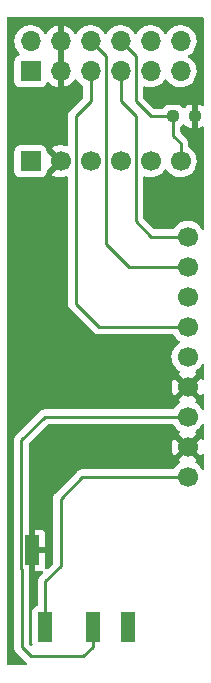
<source format=gtl>
G04 #@! TF.GenerationSoftware,KiCad,Pcbnew,6.0.9-8da3e8f707~116~ubuntu20.04.1*
G04 #@! TF.CreationDate,2022-12-23T11:35:34+01:00*
G04 #@! TF.ProjectId,pcm_dac,70636d5f-6461-4632-9e6b-696361645f70,rev?*
G04 #@! TF.SameCoordinates,Original*
G04 #@! TF.FileFunction,Copper,L1,Top*
G04 #@! TF.FilePolarity,Positive*
%FSLAX46Y46*%
G04 Gerber Fmt 4.6, Leading zero omitted, Abs format (unit mm)*
G04 Created by KiCad (PCBNEW 6.0.9-8da3e8f707~116~ubuntu20.04.1) date 2022-12-23 11:35:34*
%MOMM*%
%LPD*%
G01*
G04 APERTURE LIST*
G04 Aperture macros list*
%AMRoundRect*
0 Rectangle with rounded corners*
0 $1 Rounding radius*
0 $2 $3 $4 $5 $6 $7 $8 $9 X,Y pos of 4 corners*
0 Add a 4 corners polygon primitive as box body*
4,1,4,$2,$3,$4,$5,$6,$7,$8,$9,$2,$3,0*
0 Add four circle primitives for the rounded corners*
1,1,$1+$1,$2,$3*
1,1,$1+$1,$4,$5*
1,1,$1+$1,$6,$7*
1,1,$1+$1,$8,$9*
0 Add four rect primitives between the rounded corners*
20,1,$1+$1,$2,$3,$4,$5,0*
20,1,$1+$1,$4,$5,$6,$7,0*
20,1,$1+$1,$6,$7,$8,$9,0*
20,1,$1+$1,$8,$9,$2,$3,0*%
G04 Aperture macros list end*
G04 #@! TA.AperFunction,SMDPad,CuDef*
%ADD10R,1.200000X2.500000*%
G04 #@! TD*
G04 #@! TA.AperFunction,ComponentPad*
%ADD11R,1.700000X1.700000*%
G04 #@! TD*
G04 #@! TA.AperFunction,ComponentPad*
%ADD12O,1.700000X1.700000*%
G04 #@! TD*
G04 #@! TA.AperFunction,SMDPad,CuDef*
%ADD13RoundRect,0.237500X-0.250000X-0.237500X0.250000X-0.237500X0.250000X0.237500X-0.250000X0.237500X0*%
G04 #@! TD*
G04 #@! TA.AperFunction,ComponentPad*
%ADD14C,1.700000*%
G04 #@! TD*
G04 #@! TA.AperFunction,Conductor*
%ADD15C,0.250000*%
G04 #@! TD*
G04 APERTURE END LIST*
D10*
X127175000Y-110565000D03*
X130175000Y-110565000D03*
X122075000Y-104065000D03*
X123175000Y-110565000D03*
D11*
X121920000Y-63500000D03*
D12*
X121920000Y-60960000D03*
X124460000Y-63500000D03*
X124460000Y-60960000D03*
X127000000Y-63500000D03*
X127000000Y-60960000D03*
X129540000Y-63500000D03*
X129540000Y-60960000D03*
X132080000Y-63500000D03*
X132080000Y-60960000D03*
X134620000Y-63500000D03*
X134620000Y-60960000D03*
D13*
X133985000Y-67310000D03*
X135810000Y-67310000D03*
D11*
X121920000Y-71120000D03*
D14*
X124460000Y-71120000D03*
X127000000Y-71120000D03*
X129540000Y-71120000D03*
X132080000Y-71120000D03*
X134620000Y-71120000D03*
X135220000Y-77520000D03*
X135220000Y-80060000D03*
X135220000Y-82600000D03*
X135220000Y-85140000D03*
X135220000Y-87680000D03*
X135220000Y-90220000D03*
X135220000Y-92760000D03*
X135220000Y-95300000D03*
X135220000Y-97840000D03*
D15*
X127685000Y-85140000D02*
X135220000Y-85140000D01*
X125730000Y-83185000D02*
X127685000Y-85140000D01*
X127000000Y-63500000D02*
X127000000Y-66040000D01*
X127000000Y-66040000D02*
X125730000Y-67310000D01*
X125730000Y-67310000D02*
X125730000Y-83185000D01*
X128270000Y-78105000D02*
X130225000Y-80060000D01*
X130225000Y-80060000D02*
X135220000Y-80060000D01*
X128270000Y-62230000D02*
X128270000Y-78105000D01*
X127000000Y-60960000D02*
X128270000Y-62230000D01*
X130810000Y-76200000D02*
X132130000Y-77520000D01*
X129540000Y-63500000D02*
X129540000Y-66040000D01*
X130810000Y-67310000D02*
X130810000Y-76200000D01*
X129540000Y-66040000D02*
X130810000Y-67310000D01*
X132130000Y-77520000D02*
X135220000Y-77520000D01*
X130810000Y-62230000D02*
X130810000Y-66040000D01*
X129540000Y-60960000D02*
X130810000Y-62230000D01*
X134620000Y-71120000D02*
X134620000Y-69596000D01*
X134620000Y-69596000D02*
X133985000Y-68961000D01*
X130810000Y-66040000D02*
X132080000Y-67310000D01*
X133985000Y-68961000D02*
X133985000Y-67310000D01*
X132080000Y-67310000D02*
X133985000Y-67310000D01*
X127175000Y-110565000D02*
X127175000Y-112220000D01*
X121158000Y-112268000D02*
X121158000Y-105648000D01*
X126365000Y-113030000D02*
X121920000Y-113030000D01*
X127175000Y-112220000D02*
X126365000Y-113030000D01*
X121150000Y-105640000D02*
X121150000Y-94750000D01*
X121158000Y-105648000D02*
X121150000Y-105640000D01*
X121920000Y-113030000D02*
X121158000Y-112268000D01*
X123140000Y-92760000D02*
X135220000Y-92760000D01*
X121150000Y-94750000D02*
X123140000Y-92760000D01*
X124460000Y-105410000D02*
X124460000Y-99695000D01*
X123175000Y-106695000D02*
X124460000Y-105410000D01*
X124460000Y-99695000D02*
X126315000Y-97840000D01*
X123175000Y-110565000D02*
X123175000Y-106695000D01*
X126315000Y-97840000D02*
X135220000Y-97840000D01*
G04 #@! TA.AperFunction,Conductor*
G36*
X136495018Y-58930000D02*
G01*
X136509853Y-58932310D01*
X136509855Y-58932310D01*
X136518724Y-58933691D01*
X136524508Y-58932935D01*
X136590868Y-58953307D01*
X136636700Y-59007528D01*
X136645165Y-59048873D01*
X136646309Y-59048723D01*
X136646309Y-59048724D01*
X136646329Y-59048873D01*
X136650436Y-59080283D01*
X136651500Y-59096621D01*
X136651500Y-66335642D01*
X136631498Y-66403763D01*
X136577842Y-66450256D01*
X136507568Y-66460360D01*
X136459385Y-66442902D01*
X136383441Y-66396090D01*
X136370259Y-66389944D01*
X136218734Y-66339685D01*
X136205368Y-66336819D01*
X136112730Y-66327328D01*
X136106315Y-66327000D01*
X136082115Y-66327000D01*
X136066876Y-66331475D01*
X136065671Y-66332865D01*
X136064000Y-66340548D01*
X136064000Y-68274885D01*
X136068475Y-68290124D01*
X136069865Y-68291329D01*
X136077548Y-68293000D01*
X136106266Y-68293000D01*
X136112782Y-68292663D01*
X136206632Y-68282925D01*
X136220028Y-68280032D01*
X136371453Y-68229512D01*
X136384615Y-68223347D01*
X136459198Y-68177194D01*
X136527650Y-68158357D01*
X136595419Y-68179519D01*
X136640990Y-68233960D01*
X136651500Y-68284339D01*
X136651500Y-76804856D01*
X136631498Y-76872977D01*
X136577842Y-76919470D01*
X136507568Y-76929574D01*
X136442988Y-76900080D01*
X136419708Y-76873296D01*
X136402490Y-76846680D01*
X136300014Y-76688277D01*
X136149670Y-76523051D01*
X136145619Y-76519852D01*
X136145615Y-76519848D01*
X135978414Y-76387800D01*
X135978410Y-76387798D01*
X135974359Y-76384598D01*
X135778789Y-76276638D01*
X135773920Y-76274914D01*
X135773916Y-76274912D01*
X135573087Y-76203795D01*
X135573083Y-76203794D01*
X135568212Y-76202069D01*
X135563119Y-76201162D01*
X135563116Y-76201161D01*
X135353373Y-76163800D01*
X135353367Y-76163799D01*
X135348284Y-76162894D01*
X135274452Y-76161992D01*
X135130081Y-76160228D01*
X135130079Y-76160228D01*
X135124911Y-76160165D01*
X134904091Y-76193955D01*
X134691756Y-76263357D01*
X134493607Y-76366507D01*
X134489474Y-76369610D01*
X134489471Y-76369612D01*
X134343030Y-76479563D01*
X134314965Y-76500635D01*
X134160629Y-76662138D01*
X134157715Y-76666410D01*
X134157714Y-76666411D01*
X134045095Y-76831504D01*
X133990184Y-76876507D01*
X133941007Y-76886500D01*
X132444595Y-76886500D01*
X132376474Y-76866498D01*
X132355499Y-76849595D01*
X131480404Y-75974499D01*
X131446379Y-75912187D01*
X131443500Y-75885404D01*
X131443500Y-72514189D01*
X131463502Y-72446068D01*
X131517158Y-72399575D01*
X131587432Y-72389471D01*
X131614449Y-72396479D01*
X131622557Y-72399575D01*
X131699692Y-72429030D01*
X131704760Y-72430061D01*
X131704763Y-72430062D01*
X131783436Y-72446068D01*
X131918597Y-72473567D01*
X131923772Y-72473757D01*
X131923774Y-72473757D01*
X132136673Y-72481564D01*
X132136677Y-72481564D01*
X132141837Y-72481753D01*
X132146957Y-72481097D01*
X132146959Y-72481097D01*
X132358288Y-72454025D01*
X132358289Y-72454025D01*
X132363416Y-72453368D01*
X132368366Y-72451883D01*
X132572429Y-72390661D01*
X132572434Y-72390659D01*
X132577384Y-72389174D01*
X132777994Y-72290896D01*
X132959860Y-72161173D01*
X133118096Y-72003489D01*
X133178927Y-71918834D01*
X133248453Y-71822077D01*
X133249776Y-71823028D01*
X133296645Y-71779857D01*
X133366580Y-71767625D01*
X133432026Y-71795144D01*
X133459875Y-71826994D01*
X133519987Y-71925088D01*
X133666250Y-72093938D01*
X133838126Y-72236632D01*
X134031000Y-72349338D01*
X134239692Y-72429030D01*
X134244760Y-72430061D01*
X134244763Y-72430062D01*
X134323436Y-72446068D01*
X134458597Y-72473567D01*
X134463772Y-72473757D01*
X134463774Y-72473757D01*
X134676673Y-72481564D01*
X134676677Y-72481564D01*
X134681837Y-72481753D01*
X134686957Y-72481097D01*
X134686959Y-72481097D01*
X134898288Y-72454025D01*
X134898289Y-72454025D01*
X134903416Y-72453368D01*
X134908366Y-72451883D01*
X135112429Y-72390661D01*
X135112434Y-72390659D01*
X135117384Y-72389174D01*
X135317994Y-72290896D01*
X135499860Y-72161173D01*
X135658096Y-72003489D01*
X135718927Y-71918834D01*
X135785435Y-71826277D01*
X135788453Y-71822077D01*
X135809320Y-71779857D01*
X135885136Y-71626453D01*
X135885137Y-71626451D01*
X135887430Y-71621811D01*
X135952370Y-71408069D01*
X135981529Y-71186590D01*
X135983156Y-71120000D01*
X135964852Y-70897361D01*
X135910431Y-70680702D01*
X135821354Y-70475840D01*
X135700014Y-70288277D01*
X135549670Y-70123051D01*
X135545619Y-70119852D01*
X135545615Y-70119848D01*
X135378414Y-69987800D01*
X135378410Y-69987798D01*
X135374359Y-69984598D01*
X135369835Y-69982101D01*
X135369831Y-69982098D01*
X135318608Y-69953822D01*
X135268636Y-69903390D01*
X135253500Y-69843513D01*
X135253500Y-69674768D01*
X135254027Y-69663585D01*
X135255702Y-69656092D01*
X135253562Y-69588001D01*
X135253500Y-69584044D01*
X135253500Y-69556144D01*
X135252996Y-69552153D01*
X135252063Y-69540311D01*
X135250923Y-69504036D01*
X135250674Y-69496111D01*
X135245021Y-69476652D01*
X135241012Y-69457293D01*
X135240846Y-69455983D01*
X135238474Y-69437203D01*
X135235558Y-69429837D01*
X135235556Y-69429831D01*
X135222200Y-69396098D01*
X135218355Y-69384868D01*
X135208230Y-69350017D01*
X135208230Y-69350016D01*
X135206019Y-69342407D01*
X135195705Y-69324966D01*
X135187008Y-69307213D01*
X135182472Y-69295758D01*
X135179552Y-69288383D01*
X135153563Y-69252612D01*
X135147047Y-69242692D01*
X135128578Y-69211463D01*
X135124542Y-69204638D01*
X135110221Y-69190317D01*
X135097380Y-69175283D01*
X135090132Y-69165307D01*
X135085472Y-69158893D01*
X135051407Y-69130712D01*
X135042626Y-69122722D01*
X134655404Y-68735499D01*
X134621379Y-68673187D01*
X134618500Y-68646404D01*
X134618500Y-68257699D01*
X134638502Y-68189578D01*
X134678199Y-68150554D01*
X134701531Y-68136116D01*
X134808601Y-68028859D01*
X134870882Y-67994780D01*
X134941702Y-67999783D01*
X134986791Y-68028704D01*
X135089629Y-68131363D01*
X135101040Y-68140375D01*
X135236563Y-68223912D01*
X135249741Y-68230056D01*
X135401266Y-68280315D01*
X135414632Y-68283181D01*
X135507270Y-68292672D01*
X135513685Y-68293000D01*
X135537885Y-68293000D01*
X135553124Y-68288525D01*
X135554329Y-68287135D01*
X135556000Y-68279452D01*
X135556000Y-66345115D01*
X135551525Y-66329876D01*
X135550135Y-66328671D01*
X135542452Y-66327000D01*
X135513734Y-66327000D01*
X135507218Y-66327337D01*
X135413368Y-66337075D01*
X135399972Y-66339968D01*
X135248547Y-66390488D01*
X135235385Y-66396653D01*
X135100008Y-66480426D01*
X135088610Y-66489460D01*
X134987107Y-66591140D01*
X134924824Y-66625219D01*
X134854004Y-66620216D01*
X134808916Y-66591295D01*
X134752997Y-66535473D01*
X134700503Y-66483071D01*
X134694272Y-66479230D01*
X134558650Y-66395631D01*
X134558648Y-66395630D01*
X134552420Y-66391791D01*
X134387309Y-66337026D01*
X134380473Y-66336326D01*
X134380470Y-66336325D01*
X134328974Y-66331049D01*
X134284572Y-66326500D01*
X133685428Y-66326500D01*
X133682182Y-66326837D01*
X133682178Y-66326837D01*
X133588265Y-66336581D01*
X133588261Y-66336582D01*
X133581407Y-66337293D01*
X133574871Y-66339474D01*
X133574869Y-66339474D01*
X133550462Y-66347617D01*
X133416393Y-66392346D01*
X133268469Y-66483884D01*
X133263296Y-66489066D01*
X133150742Y-66601816D01*
X133150738Y-66601821D01*
X133145571Y-66606997D01*
X133141731Y-66613227D01*
X133141730Y-66613228D01*
X133139643Y-66616614D01*
X133137614Y-66618441D01*
X133137193Y-66618973D01*
X133137102Y-66618901D01*
X133086872Y-66664108D01*
X133032382Y-66676500D01*
X132394595Y-66676500D01*
X132326474Y-66656498D01*
X132305500Y-66639595D01*
X131480405Y-65814500D01*
X131446379Y-65752188D01*
X131443500Y-65725405D01*
X131443500Y-64894189D01*
X131463502Y-64826068D01*
X131517158Y-64779575D01*
X131587432Y-64769471D01*
X131614449Y-64776479D01*
X131622557Y-64779575D01*
X131699692Y-64809030D01*
X131704760Y-64810061D01*
X131704763Y-64810062D01*
X131783436Y-64826068D01*
X131918597Y-64853567D01*
X131923772Y-64853757D01*
X131923774Y-64853757D01*
X132136673Y-64861564D01*
X132136677Y-64861564D01*
X132141837Y-64861753D01*
X132146957Y-64861097D01*
X132146959Y-64861097D01*
X132358288Y-64834025D01*
X132358289Y-64834025D01*
X132363416Y-64833368D01*
X132368366Y-64831883D01*
X132572429Y-64770661D01*
X132572434Y-64770659D01*
X132577384Y-64769174D01*
X132777994Y-64670896D01*
X132959860Y-64541173D01*
X133118096Y-64383489D01*
X133248453Y-64202077D01*
X133249776Y-64203028D01*
X133296645Y-64159857D01*
X133366580Y-64147625D01*
X133432026Y-64175144D01*
X133459875Y-64206994D01*
X133519987Y-64305088D01*
X133666250Y-64473938D01*
X133838126Y-64616632D01*
X134031000Y-64729338D01*
X134239692Y-64809030D01*
X134244760Y-64810061D01*
X134244763Y-64810062D01*
X134323436Y-64826068D01*
X134458597Y-64853567D01*
X134463772Y-64853757D01*
X134463774Y-64853757D01*
X134676673Y-64861564D01*
X134676677Y-64861564D01*
X134681837Y-64861753D01*
X134686957Y-64861097D01*
X134686959Y-64861097D01*
X134898288Y-64834025D01*
X134898289Y-64834025D01*
X134903416Y-64833368D01*
X134908366Y-64831883D01*
X135112429Y-64770661D01*
X135112434Y-64770659D01*
X135117384Y-64769174D01*
X135317994Y-64670896D01*
X135499860Y-64541173D01*
X135658096Y-64383489D01*
X135788453Y-64202077D01*
X135801995Y-64174678D01*
X135885136Y-64006453D01*
X135885137Y-64006451D01*
X135887430Y-64001811D01*
X135952370Y-63788069D01*
X135981529Y-63566590D01*
X135983156Y-63500000D01*
X135964852Y-63277361D01*
X135910431Y-63060702D01*
X135821354Y-62855840D01*
X135700014Y-62668277D01*
X135549670Y-62503051D01*
X135545619Y-62499852D01*
X135545615Y-62499848D01*
X135378414Y-62367800D01*
X135378410Y-62367798D01*
X135374359Y-62364598D01*
X135333053Y-62341796D01*
X135283084Y-62291364D01*
X135268312Y-62221921D01*
X135293428Y-62155516D01*
X135320780Y-62128909D01*
X135364603Y-62097650D01*
X135499860Y-62001173D01*
X135658096Y-61843489D01*
X135717594Y-61760689D01*
X135785435Y-61666277D01*
X135788453Y-61662077D01*
X135801995Y-61634678D01*
X135885136Y-61466453D01*
X135885137Y-61466451D01*
X135887430Y-61461811D01*
X135952370Y-61248069D01*
X135981529Y-61026590D01*
X135983156Y-60960000D01*
X135964852Y-60737361D01*
X135910431Y-60520702D01*
X135821354Y-60315840D01*
X135700014Y-60128277D01*
X135549670Y-59963051D01*
X135545619Y-59959852D01*
X135545615Y-59959848D01*
X135378414Y-59827800D01*
X135378410Y-59827798D01*
X135374359Y-59824598D01*
X135338028Y-59804542D01*
X135322136Y-59795769D01*
X135178789Y-59716638D01*
X135173920Y-59714914D01*
X135173916Y-59714912D01*
X134973087Y-59643795D01*
X134973083Y-59643794D01*
X134968212Y-59642069D01*
X134963119Y-59641162D01*
X134963116Y-59641161D01*
X134753373Y-59603800D01*
X134753367Y-59603799D01*
X134748284Y-59602894D01*
X134674452Y-59601992D01*
X134530081Y-59600228D01*
X134530079Y-59600228D01*
X134524911Y-59600165D01*
X134304091Y-59633955D01*
X134091756Y-59703357D01*
X133893607Y-59806507D01*
X133889474Y-59809610D01*
X133889471Y-59809612D01*
X133865247Y-59827800D01*
X133714965Y-59940635D01*
X133560629Y-60102138D01*
X133453201Y-60259621D01*
X133398293Y-60304621D01*
X133327768Y-60312792D01*
X133264021Y-60281538D01*
X133243324Y-60257054D01*
X133162822Y-60132617D01*
X133162820Y-60132614D01*
X133160014Y-60128277D01*
X133009670Y-59963051D01*
X133005619Y-59959852D01*
X133005615Y-59959848D01*
X132838414Y-59827800D01*
X132838410Y-59827798D01*
X132834359Y-59824598D01*
X132798028Y-59804542D01*
X132782136Y-59795769D01*
X132638789Y-59716638D01*
X132633920Y-59714914D01*
X132633916Y-59714912D01*
X132433087Y-59643795D01*
X132433083Y-59643794D01*
X132428212Y-59642069D01*
X132423119Y-59641162D01*
X132423116Y-59641161D01*
X132213373Y-59603800D01*
X132213367Y-59603799D01*
X132208284Y-59602894D01*
X132134452Y-59601992D01*
X131990081Y-59600228D01*
X131990079Y-59600228D01*
X131984911Y-59600165D01*
X131764091Y-59633955D01*
X131551756Y-59703357D01*
X131353607Y-59806507D01*
X131349474Y-59809610D01*
X131349471Y-59809612D01*
X131325247Y-59827800D01*
X131174965Y-59940635D01*
X131020629Y-60102138D01*
X130913201Y-60259621D01*
X130858293Y-60304621D01*
X130787768Y-60312792D01*
X130724021Y-60281538D01*
X130703324Y-60257054D01*
X130622822Y-60132617D01*
X130622820Y-60132614D01*
X130620014Y-60128277D01*
X130469670Y-59963051D01*
X130465619Y-59959852D01*
X130465615Y-59959848D01*
X130298414Y-59827800D01*
X130298410Y-59827798D01*
X130294359Y-59824598D01*
X130258028Y-59804542D01*
X130242136Y-59795769D01*
X130098789Y-59716638D01*
X130093920Y-59714914D01*
X130093916Y-59714912D01*
X129893087Y-59643795D01*
X129893083Y-59643794D01*
X129888212Y-59642069D01*
X129883119Y-59641162D01*
X129883116Y-59641161D01*
X129673373Y-59603800D01*
X129673367Y-59603799D01*
X129668284Y-59602894D01*
X129594452Y-59601992D01*
X129450081Y-59600228D01*
X129450079Y-59600228D01*
X129444911Y-59600165D01*
X129224091Y-59633955D01*
X129011756Y-59703357D01*
X128813607Y-59806507D01*
X128809474Y-59809610D01*
X128809471Y-59809612D01*
X128785247Y-59827800D01*
X128634965Y-59940635D01*
X128480629Y-60102138D01*
X128373201Y-60259621D01*
X128318293Y-60304621D01*
X128247768Y-60312792D01*
X128184021Y-60281538D01*
X128163324Y-60257054D01*
X128082822Y-60132617D01*
X128082820Y-60132614D01*
X128080014Y-60128277D01*
X127929670Y-59963051D01*
X127925619Y-59959852D01*
X127925615Y-59959848D01*
X127758414Y-59827800D01*
X127758410Y-59827798D01*
X127754359Y-59824598D01*
X127718028Y-59804542D01*
X127702136Y-59795769D01*
X127558789Y-59716638D01*
X127553920Y-59714914D01*
X127553916Y-59714912D01*
X127353087Y-59643795D01*
X127353083Y-59643794D01*
X127348212Y-59642069D01*
X127343119Y-59641162D01*
X127343116Y-59641161D01*
X127133373Y-59603800D01*
X127133367Y-59603799D01*
X127128284Y-59602894D01*
X127054452Y-59601992D01*
X126910081Y-59600228D01*
X126910079Y-59600228D01*
X126904911Y-59600165D01*
X126684091Y-59633955D01*
X126471756Y-59703357D01*
X126273607Y-59806507D01*
X126269474Y-59809610D01*
X126269471Y-59809612D01*
X126245247Y-59827800D01*
X126094965Y-59940635D01*
X125940629Y-60102138D01*
X125833204Y-60259618D01*
X125832898Y-60260066D01*
X125777987Y-60305069D01*
X125707462Y-60313240D01*
X125643715Y-60281986D01*
X125623018Y-60257502D01*
X125542426Y-60132926D01*
X125536136Y-60124757D01*
X125392806Y-59967240D01*
X125385273Y-59960215D01*
X125218139Y-59828222D01*
X125209552Y-59822517D01*
X125023117Y-59719599D01*
X125013705Y-59715369D01*
X124812959Y-59644280D01*
X124802988Y-59641646D01*
X124731837Y-59628972D01*
X124718540Y-59630432D01*
X124714000Y-59644989D01*
X124714000Y-64818517D01*
X124718064Y-64832359D01*
X124731478Y-64834393D01*
X124738184Y-64833534D01*
X124748262Y-64831392D01*
X124952255Y-64770191D01*
X124961842Y-64766433D01*
X125153095Y-64672739D01*
X125161945Y-64667464D01*
X125335328Y-64543792D01*
X125343200Y-64537139D01*
X125494052Y-64386812D01*
X125500730Y-64378965D01*
X125628022Y-64201819D01*
X125629279Y-64202722D01*
X125676373Y-64159362D01*
X125746311Y-64147145D01*
X125811751Y-64174678D01*
X125839579Y-64206511D01*
X125899987Y-64305088D01*
X126046250Y-64473938D01*
X126218126Y-64616632D01*
X126222593Y-64619242D01*
X126304070Y-64666853D01*
X126352794Y-64718491D01*
X126366500Y-64775641D01*
X126366500Y-65725405D01*
X126346498Y-65793526D01*
X126329595Y-65814500D01*
X125337747Y-66806348D01*
X125329461Y-66813888D01*
X125322982Y-66818000D01*
X125317557Y-66823777D01*
X125276357Y-66867651D01*
X125273602Y-66870493D01*
X125253865Y-66890230D01*
X125251385Y-66893427D01*
X125243682Y-66902447D01*
X125213414Y-66934679D01*
X125209595Y-66941625D01*
X125209593Y-66941628D01*
X125203652Y-66952434D01*
X125192801Y-66968953D01*
X125180386Y-66984959D01*
X125177241Y-66992228D01*
X125177238Y-66992232D01*
X125162826Y-67025537D01*
X125157609Y-67036187D01*
X125136305Y-67074940D01*
X125134334Y-67082615D01*
X125134334Y-67082616D01*
X125131267Y-67094562D01*
X125124863Y-67113266D01*
X125116819Y-67131855D01*
X125115580Y-67139678D01*
X125115577Y-67139688D01*
X125109901Y-67175524D01*
X125107495Y-67187144D01*
X125096500Y-67229970D01*
X125096500Y-67250224D01*
X125094949Y-67269934D01*
X125091780Y-67289943D01*
X125092526Y-67297835D01*
X125095941Y-67333961D01*
X125096500Y-67345819D01*
X125096500Y-69726402D01*
X125076498Y-69794523D01*
X125022842Y-69841016D01*
X124952568Y-69851120D01*
X124928440Y-69845175D01*
X124812959Y-69804280D01*
X124802989Y-69801646D01*
X124593327Y-69764301D01*
X124583073Y-69763331D01*
X124370116Y-69760728D01*
X124359832Y-69761448D01*
X124149321Y-69793661D01*
X124139293Y-69796050D01*
X123936868Y-69862212D01*
X123927359Y-69866209D01*
X123738466Y-69964540D01*
X123729734Y-69970039D01*
X123709677Y-69985099D01*
X123701223Y-69996427D01*
X123707968Y-70008758D01*
X124730115Y-71030905D01*
X124764141Y-71093217D01*
X124759076Y-71164032D01*
X124730115Y-71209095D01*
X123706737Y-72232473D01*
X123699977Y-72244853D01*
X123705258Y-72251907D01*
X123866756Y-72346279D01*
X123876042Y-72350729D01*
X124075001Y-72426703D01*
X124084899Y-72429579D01*
X124293595Y-72472038D01*
X124303823Y-72473257D01*
X124516650Y-72481062D01*
X124526936Y-72480595D01*
X124738185Y-72453534D01*
X124748262Y-72451392D01*
X124934292Y-72395580D01*
X125005288Y-72395164D01*
X125065238Y-72433196D01*
X125095110Y-72497602D01*
X125096500Y-72516266D01*
X125096500Y-83106233D01*
X125095973Y-83117416D01*
X125094298Y-83124909D01*
X125094547Y-83132835D01*
X125094547Y-83132836D01*
X125096438Y-83192986D01*
X125096500Y-83196945D01*
X125096500Y-83224856D01*
X125096997Y-83228790D01*
X125096997Y-83228791D01*
X125097005Y-83228856D01*
X125097938Y-83240693D01*
X125099327Y-83284889D01*
X125104978Y-83304339D01*
X125108987Y-83323700D01*
X125111526Y-83343797D01*
X125114445Y-83351168D01*
X125114445Y-83351170D01*
X125127804Y-83384912D01*
X125131649Y-83396142D01*
X125143982Y-83438593D01*
X125148015Y-83445412D01*
X125148017Y-83445417D01*
X125154293Y-83456028D01*
X125162988Y-83473776D01*
X125170448Y-83492617D01*
X125175110Y-83499033D01*
X125175110Y-83499034D01*
X125196436Y-83528387D01*
X125202952Y-83538307D01*
X125225458Y-83576362D01*
X125239779Y-83590683D01*
X125252619Y-83605716D01*
X125264528Y-83622107D01*
X125270634Y-83627158D01*
X125298605Y-83650298D01*
X125307384Y-83658288D01*
X127181343Y-85532247D01*
X127188887Y-85540537D01*
X127193000Y-85547018D01*
X127198777Y-85552443D01*
X127242667Y-85593658D01*
X127245509Y-85596413D01*
X127265231Y-85616135D01*
X127268355Y-85618558D01*
X127268359Y-85618562D01*
X127268424Y-85618612D01*
X127277445Y-85626317D01*
X127309679Y-85656586D01*
X127316627Y-85660405D01*
X127316629Y-85660407D01*
X127327432Y-85666346D01*
X127343959Y-85677202D01*
X127353698Y-85684757D01*
X127353700Y-85684758D01*
X127359960Y-85689614D01*
X127400540Y-85707174D01*
X127411188Y-85712391D01*
X127449940Y-85733695D01*
X127457616Y-85735666D01*
X127457619Y-85735667D01*
X127469562Y-85738733D01*
X127488267Y-85745137D01*
X127506855Y-85753181D01*
X127514678Y-85754420D01*
X127514688Y-85754423D01*
X127550524Y-85760099D01*
X127562144Y-85762505D01*
X127597289Y-85771528D01*
X127604970Y-85773500D01*
X127625224Y-85773500D01*
X127644934Y-85775051D01*
X127664943Y-85778220D01*
X127672835Y-85777474D01*
X127708961Y-85774059D01*
X127720819Y-85773500D01*
X133944274Y-85773500D01*
X134012395Y-85793502D01*
X134051707Y-85833665D01*
X134119987Y-85945088D01*
X134266250Y-86113938D01*
X134438126Y-86256632D01*
X134508595Y-86297811D01*
X134511445Y-86299476D01*
X134560169Y-86351114D01*
X134573240Y-86420897D01*
X134546509Y-86486669D01*
X134506055Y-86520027D01*
X134493607Y-86526507D01*
X134489474Y-86529610D01*
X134489471Y-86529612D01*
X134465247Y-86547800D01*
X134314965Y-86660635D01*
X134160629Y-86822138D01*
X134034743Y-87006680D01*
X133940688Y-87209305D01*
X133880989Y-87424570D01*
X133857251Y-87646695D01*
X133870110Y-87869715D01*
X133871247Y-87874761D01*
X133871248Y-87874767D01*
X133892275Y-87968069D01*
X133919222Y-88087639D01*
X133957461Y-88181811D01*
X133990518Y-88263220D01*
X134003266Y-88294616D01*
X134119987Y-88485088D01*
X134266250Y-88653938D01*
X134438126Y-88796632D01*
X134511955Y-88839774D01*
X134560679Y-88891412D01*
X134573750Y-88961195D01*
X134547019Y-89026967D01*
X134506562Y-89060327D01*
X134498460Y-89064544D01*
X134489734Y-89070039D01*
X134469677Y-89085099D01*
X134461223Y-89096427D01*
X134467968Y-89108758D01*
X135207188Y-89847978D01*
X135221132Y-89855592D01*
X135222965Y-89855461D01*
X135229580Y-89851210D01*
X135973389Y-89107401D01*
X135980410Y-89094544D01*
X135973611Y-89085213D01*
X135969559Y-89082521D01*
X135932602Y-89062120D01*
X135882631Y-89011687D01*
X135867859Y-88942245D01*
X135892975Y-88875839D01*
X135920327Y-88849232D01*
X135943797Y-88832491D01*
X136099860Y-88721173D01*
X136258096Y-88563489D01*
X136317594Y-88480689D01*
X136385435Y-88386277D01*
X136388453Y-88382077D01*
X136412543Y-88333333D01*
X136460656Y-88281127D01*
X136529357Y-88263220D01*
X136596834Y-88285298D01*
X136641662Y-88340352D01*
X136651500Y-88389161D01*
X136651500Y-89505776D01*
X136631498Y-89573897D01*
X136577842Y-89620390D01*
X136507568Y-89630494D01*
X136442988Y-89601000D01*
X136419708Y-89574215D01*
X136353064Y-89471199D01*
X136342377Y-89461995D01*
X136332812Y-89466398D01*
X135592022Y-90207188D01*
X135584408Y-90221132D01*
X135584539Y-90222965D01*
X135588790Y-90229580D01*
X136330474Y-90971264D01*
X136342484Y-90977823D01*
X136354223Y-90968855D01*
X136385004Y-90926019D01*
X136390315Y-90917180D01*
X136412543Y-90872205D01*
X136460657Y-90819998D01*
X136529358Y-90802091D01*
X136596835Y-90824170D01*
X136641663Y-90879224D01*
X136651500Y-90928032D01*
X136651500Y-92044856D01*
X136631498Y-92112977D01*
X136577842Y-92159470D01*
X136507568Y-92169574D01*
X136442988Y-92140080D01*
X136419708Y-92113296D01*
X136402490Y-92086680D01*
X136300014Y-91928277D01*
X136149670Y-91763051D01*
X136145619Y-91759852D01*
X136145615Y-91759848D01*
X135978414Y-91627800D01*
X135978410Y-91627798D01*
X135974359Y-91624598D01*
X135932569Y-91601529D01*
X135882598Y-91551097D01*
X135867826Y-91481654D01*
X135892942Y-91415248D01*
X135920293Y-91388642D01*
X135969247Y-91353723D01*
X135977648Y-91343023D01*
X135970660Y-91329870D01*
X135232812Y-90592022D01*
X135218868Y-90584408D01*
X135217035Y-90584539D01*
X135210420Y-90588790D01*
X134466737Y-91332473D01*
X134459977Y-91344853D01*
X134465258Y-91351907D01*
X134511969Y-91379203D01*
X134560693Y-91430841D01*
X134573764Y-91500624D01*
X134547033Y-91566396D01*
X134506584Y-91599752D01*
X134493607Y-91606507D01*
X134489474Y-91609610D01*
X134489471Y-91609612D01*
X134465247Y-91627800D01*
X134314965Y-91740635D01*
X134160629Y-91902138D01*
X134157715Y-91906410D01*
X134157714Y-91906411D01*
X134045095Y-92071504D01*
X133990184Y-92116507D01*
X133941007Y-92126500D01*
X123218767Y-92126500D01*
X123207584Y-92125973D01*
X123200091Y-92124298D01*
X123192165Y-92124547D01*
X123192164Y-92124547D01*
X123132014Y-92126438D01*
X123128055Y-92126500D01*
X123100144Y-92126500D01*
X123096210Y-92126997D01*
X123096209Y-92126997D01*
X123096144Y-92127005D01*
X123084307Y-92127938D01*
X123052049Y-92128952D01*
X123048030Y-92129078D01*
X123040111Y-92129327D01*
X123020657Y-92134979D01*
X123001300Y-92138987D01*
X122989070Y-92140532D01*
X122989069Y-92140532D01*
X122981203Y-92141526D01*
X122973832Y-92144445D01*
X122973830Y-92144445D01*
X122940088Y-92157804D01*
X122928858Y-92161649D01*
X122894017Y-92171771D01*
X122894016Y-92171771D01*
X122886407Y-92173982D01*
X122879588Y-92178015D01*
X122879583Y-92178017D01*
X122868972Y-92184293D01*
X122851224Y-92192988D01*
X122832383Y-92200448D01*
X122825967Y-92205110D01*
X122825966Y-92205110D01*
X122796613Y-92226436D01*
X122786693Y-92232952D01*
X122755465Y-92251420D01*
X122755462Y-92251422D01*
X122748638Y-92255458D01*
X122734317Y-92269779D01*
X122719284Y-92282619D01*
X122702893Y-92294528D01*
X122697842Y-92300634D01*
X122674702Y-92328605D01*
X122666712Y-92337384D01*
X120757747Y-94246348D01*
X120749461Y-94253888D01*
X120742982Y-94258000D01*
X120737557Y-94263777D01*
X120696357Y-94307651D01*
X120693602Y-94310493D01*
X120673865Y-94330230D01*
X120671385Y-94333427D01*
X120663682Y-94342447D01*
X120633414Y-94374679D01*
X120629595Y-94381625D01*
X120629593Y-94381628D01*
X120623652Y-94392434D01*
X120612801Y-94408953D01*
X120600386Y-94424959D01*
X120597241Y-94432228D01*
X120597238Y-94432232D01*
X120582826Y-94465537D01*
X120577609Y-94476187D01*
X120556305Y-94514940D01*
X120554334Y-94522615D01*
X120554334Y-94522616D01*
X120551267Y-94534562D01*
X120544863Y-94553266D01*
X120536819Y-94571855D01*
X120535580Y-94579678D01*
X120535577Y-94579688D01*
X120529901Y-94615524D01*
X120527495Y-94627144D01*
X120516500Y-94669970D01*
X120516500Y-94690224D01*
X120514949Y-94709934D01*
X120511780Y-94729943D01*
X120512526Y-94737835D01*
X120515941Y-94773961D01*
X120516500Y-94785819D01*
X120516500Y-105561233D01*
X120515973Y-105572416D01*
X120514298Y-105579909D01*
X120514547Y-105587835D01*
X120514547Y-105587836D01*
X120516438Y-105647986D01*
X120516500Y-105651945D01*
X120516500Y-105679856D01*
X120516997Y-105683790D01*
X120516997Y-105683791D01*
X120517005Y-105683856D01*
X120517938Y-105695693D01*
X120519327Y-105739889D01*
X120521538Y-105747499D01*
X120522778Y-105755328D01*
X120521636Y-105755509D01*
X120524500Y-105775626D01*
X120524500Y-112189233D01*
X120523973Y-112200416D01*
X120522298Y-112207909D01*
X120522547Y-112215835D01*
X120522547Y-112215836D01*
X120524438Y-112275986D01*
X120524500Y-112279945D01*
X120524500Y-112307856D01*
X120524997Y-112311790D01*
X120524997Y-112311791D01*
X120525005Y-112311856D01*
X120525938Y-112323693D01*
X120527327Y-112367889D01*
X120532978Y-112387339D01*
X120536987Y-112406700D01*
X120539526Y-112426797D01*
X120542445Y-112434168D01*
X120542445Y-112434170D01*
X120555804Y-112467912D01*
X120559649Y-112479142D01*
X120571982Y-112521593D01*
X120576015Y-112528412D01*
X120576017Y-112528417D01*
X120582293Y-112539028D01*
X120590988Y-112556776D01*
X120598448Y-112575617D01*
X120603110Y-112582033D01*
X120603110Y-112582034D01*
X120624436Y-112611387D01*
X120630952Y-112621307D01*
X120653458Y-112659362D01*
X120667779Y-112673683D01*
X120680619Y-112688716D01*
X120692528Y-112705107D01*
X120714945Y-112723652D01*
X120726593Y-112733288D01*
X120735374Y-112741278D01*
X121416353Y-113422258D01*
X121423887Y-113430537D01*
X121428000Y-113437018D01*
X121477651Y-113483643D01*
X121480493Y-113486398D01*
X121500230Y-113506135D01*
X121503427Y-113508615D01*
X121512447Y-113516318D01*
X121544679Y-113546586D01*
X121551625Y-113550405D01*
X121551628Y-113550407D01*
X121560139Y-113555086D01*
X121610197Y-113605432D01*
X121625090Y-113674849D01*
X121600088Y-113741298D01*
X121543131Y-113783681D01*
X121499437Y-113791500D01*
X120064367Y-113791500D01*
X120044982Y-113790000D01*
X120030148Y-113787690D01*
X120030145Y-113787690D01*
X120021276Y-113786309D01*
X120016065Y-113786990D01*
X119949984Y-113766706D01*
X119904150Y-113712486D01*
X119893671Y-113669778D01*
X119893729Y-113665000D01*
X119889773Y-113637376D01*
X119888500Y-113619514D01*
X119888500Y-90191863D01*
X133858050Y-90191863D01*
X133870309Y-90404477D01*
X133871745Y-90414697D01*
X133918565Y-90622446D01*
X133921645Y-90632275D01*
X134001770Y-90829603D01*
X134006413Y-90838794D01*
X134086460Y-90969420D01*
X134096916Y-90978880D01*
X134105694Y-90975096D01*
X134847978Y-90232812D01*
X134855592Y-90218868D01*
X134855461Y-90217035D01*
X134851210Y-90210420D01*
X134109849Y-89469059D01*
X134098313Y-89462759D01*
X134086031Y-89472382D01*
X134038089Y-89542662D01*
X134033004Y-89551613D01*
X133943338Y-89744783D01*
X133939775Y-89754470D01*
X133882864Y-89959681D01*
X133880933Y-89969800D01*
X133858302Y-90181574D01*
X133858050Y-90191863D01*
X119888500Y-90191863D01*
X119888500Y-72018134D01*
X120561500Y-72018134D01*
X120568255Y-72080316D01*
X120619385Y-72216705D01*
X120706739Y-72333261D01*
X120823295Y-72420615D01*
X120959684Y-72471745D01*
X121021866Y-72478500D01*
X122818134Y-72478500D01*
X122880316Y-72471745D01*
X123016705Y-72420615D01*
X123133261Y-72333261D01*
X123220615Y-72216705D01*
X123271745Y-72080316D01*
X123278500Y-72018134D01*
X123278500Y-71986955D01*
X123298502Y-71918834D01*
X123332608Y-71889915D01*
X123331507Y-71888707D01*
X123338005Y-71882785D01*
X124087978Y-71132812D01*
X124095592Y-71118868D01*
X124095461Y-71117035D01*
X124091210Y-71110420D01*
X123349848Y-70369058D01*
X123344114Y-70365927D01*
X123293912Y-70315725D01*
X123278500Y-70255340D01*
X123278500Y-70221866D01*
X123271745Y-70159684D01*
X123220615Y-70023295D01*
X123133261Y-69906739D01*
X123016705Y-69819385D01*
X122880316Y-69768255D01*
X122818134Y-69761500D01*
X121021866Y-69761500D01*
X120959684Y-69768255D01*
X120823295Y-69819385D01*
X120706739Y-69906739D01*
X120619385Y-70023295D01*
X120568255Y-70159684D01*
X120561500Y-70221866D01*
X120561500Y-72018134D01*
X119888500Y-72018134D01*
X119888500Y-60926695D01*
X120557251Y-60926695D01*
X120557548Y-60931848D01*
X120557548Y-60931851D01*
X120563011Y-61026590D01*
X120570110Y-61149715D01*
X120571247Y-61154761D01*
X120571248Y-61154767D01*
X120591119Y-61242939D01*
X120619222Y-61367639D01*
X120703266Y-61574616D01*
X120754019Y-61657438D01*
X120817291Y-61760688D01*
X120819987Y-61765088D01*
X120966250Y-61933938D01*
X120970230Y-61937242D01*
X120974981Y-61941187D01*
X121014616Y-62000090D01*
X121016113Y-62071071D01*
X120978997Y-62131593D01*
X120938725Y-62156112D01*
X120898638Y-62171140D01*
X120823295Y-62199385D01*
X120706739Y-62286739D01*
X120619385Y-62403295D01*
X120568255Y-62539684D01*
X120561500Y-62601866D01*
X120561500Y-64398134D01*
X120568255Y-64460316D01*
X120619385Y-64596705D01*
X120706739Y-64713261D01*
X120823295Y-64800615D01*
X120959684Y-64851745D01*
X121021866Y-64858500D01*
X122818134Y-64858500D01*
X122880316Y-64851745D01*
X123016705Y-64800615D01*
X123133261Y-64713261D01*
X123220615Y-64596705D01*
X123264798Y-64478848D01*
X123307440Y-64422084D01*
X123374001Y-64397384D01*
X123443350Y-64412592D01*
X123478017Y-64440580D01*
X123503218Y-64469673D01*
X123510580Y-64476883D01*
X123674434Y-64612916D01*
X123682881Y-64618831D01*
X123866756Y-64726279D01*
X123876042Y-64730729D01*
X124075001Y-64806703D01*
X124084899Y-64809579D01*
X124188250Y-64830606D01*
X124202299Y-64829410D01*
X124206000Y-64819065D01*
X124206000Y-59643102D01*
X124202082Y-59629758D01*
X124187806Y-59627771D01*
X124149324Y-59633660D01*
X124139288Y-59636051D01*
X123936868Y-59702212D01*
X123927359Y-59706209D01*
X123738463Y-59804542D01*
X123729738Y-59810036D01*
X123559433Y-59937905D01*
X123551726Y-59944748D01*
X123404590Y-60098717D01*
X123398109Y-60106722D01*
X123293498Y-60260074D01*
X123238587Y-60305076D01*
X123168062Y-60313247D01*
X123104315Y-60281993D01*
X123083618Y-60257509D01*
X123002822Y-60132617D01*
X123002820Y-60132614D01*
X123000014Y-60128277D01*
X122849670Y-59963051D01*
X122845619Y-59959852D01*
X122845615Y-59959848D01*
X122678414Y-59827800D01*
X122678410Y-59827798D01*
X122674359Y-59824598D01*
X122638028Y-59804542D01*
X122622136Y-59795769D01*
X122478789Y-59716638D01*
X122473920Y-59714914D01*
X122473916Y-59714912D01*
X122273087Y-59643795D01*
X122273083Y-59643794D01*
X122268212Y-59642069D01*
X122263119Y-59641162D01*
X122263116Y-59641161D01*
X122053373Y-59603800D01*
X122053367Y-59603799D01*
X122048284Y-59602894D01*
X121974452Y-59601992D01*
X121830081Y-59600228D01*
X121830079Y-59600228D01*
X121824911Y-59600165D01*
X121604091Y-59633955D01*
X121391756Y-59703357D01*
X121193607Y-59806507D01*
X121189474Y-59809610D01*
X121189471Y-59809612D01*
X121165247Y-59827800D01*
X121014965Y-59940635D01*
X120860629Y-60102138D01*
X120734743Y-60286680D01*
X120640688Y-60489305D01*
X120580989Y-60704570D01*
X120557251Y-60926695D01*
X119888500Y-60926695D01*
X119888500Y-59108250D01*
X119890246Y-59087345D01*
X119892770Y-59072344D01*
X119892770Y-59072341D01*
X119893576Y-59067552D01*
X119893704Y-59057029D01*
X119914533Y-58989157D01*
X119968750Y-58943320D01*
X120008906Y-58935094D01*
X120008723Y-58933691D01*
X120008724Y-58933691D01*
X120040286Y-58929564D01*
X120056621Y-58928500D01*
X136475633Y-58928500D01*
X136495018Y-58930000D01*
G37*
G04 #@! TD.AperFunction*
G04 #@! TA.AperFunction,Conductor*
G36*
X136596834Y-93365298D02*
G01*
X136641662Y-93420352D01*
X136651500Y-93469161D01*
X136651500Y-94585776D01*
X136631498Y-94653897D01*
X136577842Y-94700390D01*
X136507568Y-94710494D01*
X136442988Y-94681000D01*
X136419708Y-94654215D01*
X136353064Y-94551199D01*
X136342377Y-94541995D01*
X136332812Y-94546398D01*
X135592022Y-95287188D01*
X135584408Y-95301132D01*
X135584539Y-95302965D01*
X135588790Y-95309580D01*
X136330474Y-96051264D01*
X136342484Y-96057823D01*
X136354223Y-96048855D01*
X136385004Y-96006019D01*
X136390315Y-95997180D01*
X136412543Y-95952205D01*
X136460657Y-95899998D01*
X136529358Y-95882091D01*
X136596835Y-95904170D01*
X136641663Y-95959224D01*
X136651500Y-96008032D01*
X136651500Y-97124856D01*
X136631498Y-97192977D01*
X136577842Y-97239470D01*
X136507568Y-97249574D01*
X136442988Y-97220080D01*
X136419708Y-97193296D01*
X136402490Y-97166680D01*
X136300014Y-97008277D01*
X136149670Y-96843051D01*
X136145619Y-96839852D01*
X136145615Y-96839848D01*
X135978414Y-96707800D01*
X135978410Y-96707798D01*
X135974359Y-96704598D01*
X135932569Y-96681529D01*
X135882598Y-96631097D01*
X135867826Y-96561654D01*
X135892942Y-96495248D01*
X135920293Y-96468642D01*
X135969247Y-96433723D01*
X135977648Y-96423023D01*
X135970660Y-96409870D01*
X135232812Y-95672022D01*
X135218868Y-95664408D01*
X135217035Y-95664539D01*
X135210420Y-95668790D01*
X134466737Y-96412473D01*
X134459977Y-96424853D01*
X134465258Y-96431907D01*
X134511969Y-96459203D01*
X134560693Y-96510841D01*
X134573764Y-96580624D01*
X134547033Y-96646396D01*
X134506584Y-96679752D01*
X134493607Y-96686507D01*
X134489474Y-96689610D01*
X134489471Y-96689612D01*
X134465247Y-96707800D01*
X134314965Y-96820635D01*
X134160629Y-96982138D01*
X134157715Y-96986410D01*
X134157714Y-96986411D01*
X134045095Y-97151504D01*
X133990184Y-97196507D01*
X133941007Y-97206500D01*
X126393767Y-97206500D01*
X126382584Y-97205973D01*
X126375091Y-97204298D01*
X126367165Y-97204547D01*
X126367164Y-97204547D01*
X126307014Y-97206438D01*
X126303055Y-97206500D01*
X126275144Y-97206500D01*
X126271210Y-97206997D01*
X126271209Y-97206997D01*
X126271144Y-97207005D01*
X126259307Y-97207938D01*
X126227490Y-97208938D01*
X126223029Y-97209078D01*
X126215110Y-97209327D01*
X126197454Y-97214456D01*
X126195658Y-97214978D01*
X126176306Y-97218986D01*
X126169235Y-97219880D01*
X126156203Y-97221526D01*
X126148834Y-97224443D01*
X126148832Y-97224444D01*
X126115097Y-97237800D01*
X126103869Y-97241645D01*
X126061407Y-97253982D01*
X126054585Y-97258016D01*
X126054579Y-97258019D01*
X126043968Y-97264294D01*
X126026218Y-97272990D01*
X126014756Y-97277528D01*
X126014751Y-97277531D01*
X126007383Y-97280448D01*
X126000968Y-97285109D01*
X125971625Y-97306427D01*
X125961707Y-97312943D01*
X125943019Y-97323995D01*
X125923637Y-97335458D01*
X125909313Y-97349782D01*
X125894281Y-97362621D01*
X125877893Y-97374528D01*
X125856240Y-97400702D01*
X125849712Y-97408593D01*
X125841722Y-97417373D01*
X124067747Y-99191348D01*
X124059461Y-99198888D01*
X124052982Y-99203000D01*
X124047557Y-99208777D01*
X124006357Y-99252651D01*
X124003602Y-99255493D01*
X123983865Y-99275230D01*
X123981385Y-99278427D01*
X123973682Y-99287447D01*
X123943414Y-99319679D01*
X123939595Y-99326625D01*
X123939593Y-99326628D01*
X123933652Y-99337434D01*
X123922801Y-99353953D01*
X123910386Y-99369959D01*
X123907241Y-99377228D01*
X123907238Y-99377232D01*
X123892826Y-99410537D01*
X123887609Y-99421187D01*
X123866305Y-99459940D01*
X123864334Y-99467615D01*
X123864334Y-99467616D01*
X123861267Y-99479562D01*
X123854863Y-99498266D01*
X123846819Y-99516855D01*
X123845580Y-99524678D01*
X123845577Y-99524688D01*
X123839901Y-99560524D01*
X123837495Y-99572144D01*
X123826500Y-99614970D01*
X123826500Y-99635224D01*
X123824949Y-99654934D01*
X123821780Y-99674943D01*
X123822526Y-99682835D01*
X123825941Y-99718961D01*
X123826500Y-99730819D01*
X123826500Y-105095405D01*
X123806498Y-105163526D01*
X123789595Y-105184500D01*
X123363998Y-105610097D01*
X123301686Y-105644123D01*
X123230871Y-105639058D01*
X123174035Y-105596511D01*
X123149224Y-105529991D01*
X123156921Y-105476772D01*
X123173478Y-105432606D01*
X123177105Y-105417351D01*
X123182631Y-105366486D01*
X123183000Y-105359672D01*
X123183000Y-104337115D01*
X123178525Y-104321876D01*
X123177135Y-104320671D01*
X123169452Y-104319000D01*
X122347115Y-104319000D01*
X122331876Y-104323475D01*
X122330671Y-104324865D01*
X122329000Y-104332548D01*
X122329000Y-105804884D01*
X122333475Y-105820123D01*
X122334865Y-105821328D01*
X122342548Y-105822999D01*
X122719669Y-105822999D01*
X122726490Y-105822629D01*
X122777352Y-105817105D01*
X122792604Y-105813479D01*
X122836772Y-105796921D01*
X122907579Y-105791738D01*
X122969948Y-105825659D01*
X123004078Y-105887914D01*
X122999131Y-105958738D01*
X122970097Y-106003998D01*
X122782747Y-106191348D01*
X122774461Y-106198888D01*
X122767982Y-106203000D01*
X122762557Y-106208777D01*
X122721357Y-106252651D01*
X122718602Y-106255493D01*
X122698865Y-106275230D01*
X122696385Y-106278427D01*
X122688682Y-106287447D01*
X122658414Y-106319679D01*
X122654595Y-106326625D01*
X122654593Y-106326628D01*
X122648652Y-106337434D01*
X122637801Y-106353953D01*
X122625386Y-106369959D01*
X122622241Y-106377228D01*
X122622238Y-106377232D01*
X122607826Y-106410537D01*
X122602609Y-106421187D01*
X122581305Y-106459940D01*
X122579334Y-106467615D01*
X122579334Y-106467616D01*
X122576267Y-106479562D01*
X122569863Y-106498266D01*
X122561819Y-106516855D01*
X122560580Y-106524678D01*
X122560577Y-106524688D01*
X122554901Y-106560524D01*
X122552495Y-106572144D01*
X122541500Y-106614970D01*
X122541500Y-106635224D01*
X122539949Y-106654934D01*
X122536780Y-106674943D01*
X122537526Y-106682835D01*
X122540941Y-106718961D01*
X122541500Y-106730819D01*
X122541500Y-108697130D01*
X122521498Y-108765251D01*
X122467842Y-108811744D01*
X122459730Y-108815112D01*
X122328295Y-108864385D01*
X122211739Y-108951739D01*
X122124385Y-109068295D01*
X122073255Y-109204684D01*
X122066500Y-109266866D01*
X122066500Y-111863134D01*
X122073255Y-111925316D01*
X122076027Y-111932711D01*
X122076028Y-111932714D01*
X122086228Y-111959922D01*
X122091410Y-112030729D01*
X122057488Y-112093098D01*
X121995232Y-112127226D01*
X121924408Y-112122278D01*
X121879151Y-112093246D01*
X121828404Y-112042499D01*
X121794379Y-111980186D01*
X121791500Y-111953404D01*
X121791500Y-105896247D01*
X121811502Y-105828126D01*
X121819164Y-105817890D01*
X121821000Y-105809452D01*
X121821000Y-103792885D01*
X122329000Y-103792885D01*
X122333475Y-103808124D01*
X122334865Y-103809329D01*
X122342548Y-103811000D01*
X123164884Y-103811000D01*
X123180123Y-103806525D01*
X123181328Y-103805135D01*
X123182999Y-103797452D01*
X123182999Y-102770331D01*
X123182629Y-102763510D01*
X123177105Y-102712648D01*
X123173479Y-102697396D01*
X123128324Y-102576946D01*
X123119786Y-102561351D01*
X123043285Y-102459276D01*
X123030724Y-102446715D01*
X122928649Y-102370214D01*
X122913054Y-102361676D01*
X122792606Y-102316522D01*
X122777351Y-102312895D01*
X122726486Y-102307369D01*
X122719672Y-102307000D01*
X122347115Y-102307000D01*
X122331876Y-102311475D01*
X122330671Y-102312865D01*
X122329000Y-102320548D01*
X122329000Y-103792885D01*
X121821000Y-103792885D01*
X121821000Y-102325116D01*
X121812625Y-102296594D01*
X121788604Y-102259217D01*
X121783500Y-102223718D01*
X121783500Y-95271863D01*
X133858050Y-95271863D01*
X133870309Y-95484477D01*
X133871745Y-95494697D01*
X133918565Y-95702446D01*
X133921645Y-95712275D01*
X134001770Y-95909603D01*
X134006413Y-95918794D01*
X134086460Y-96049420D01*
X134096916Y-96058880D01*
X134105694Y-96055096D01*
X134847978Y-95312812D01*
X134855592Y-95298868D01*
X134855461Y-95297035D01*
X134851210Y-95290420D01*
X134109849Y-94549059D01*
X134098313Y-94542759D01*
X134086031Y-94552382D01*
X134038089Y-94622662D01*
X134033004Y-94631613D01*
X133943338Y-94824783D01*
X133939775Y-94834470D01*
X133882864Y-95039681D01*
X133880933Y-95049800D01*
X133858302Y-95261574D01*
X133858050Y-95271863D01*
X121783500Y-95271863D01*
X121783500Y-95064594D01*
X121803502Y-94996473D01*
X121820405Y-94975499D01*
X123365500Y-93430405D01*
X123427812Y-93396379D01*
X123454595Y-93393500D01*
X133944274Y-93393500D01*
X134012395Y-93413502D01*
X134051707Y-93453665D01*
X134119987Y-93565088D01*
X134266250Y-93733938D01*
X134438126Y-93876632D01*
X134511955Y-93919774D01*
X134560679Y-93971412D01*
X134573750Y-94041195D01*
X134547019Y-94106967D01*
X134506562Y-94140327D01*
X134498460Y-94144544D01*
X134489734Y-94150039D01*
X134469677Y-94165099D01*
X134461223Y-94176427D01*
X134467968Y-94188758D01*
X135207188Y-94927978D01*
X135221132Y-94935592D01*
X135222965Y-94935461D01*
X135229580Y-94931210D01*
X135973389Y-94187401D01*
X135980410Y-94174544D01*
X135973611Y-94165213D01*
X135969559Y-94162521D01*
X135932602Y-94142120D01*
X135882631Y-94091687D01*
X135867859Y-94022245D01*
X135892975Y-93955839D01*
X135920327Y-93929232D01*
X135943797Y-93912491D01*
X136099860Y-93801173D01*
X136258096Y-93643489D01*
X136388453Y-93462077D01*
X136412543Y-93413333D01*
X136460656Y-93361127D01*
X136529357Y-93343220D01*
X136596834Y-93365298D01*
G37*
G04 #@! TD.AperFunction*
M02*

</source>
